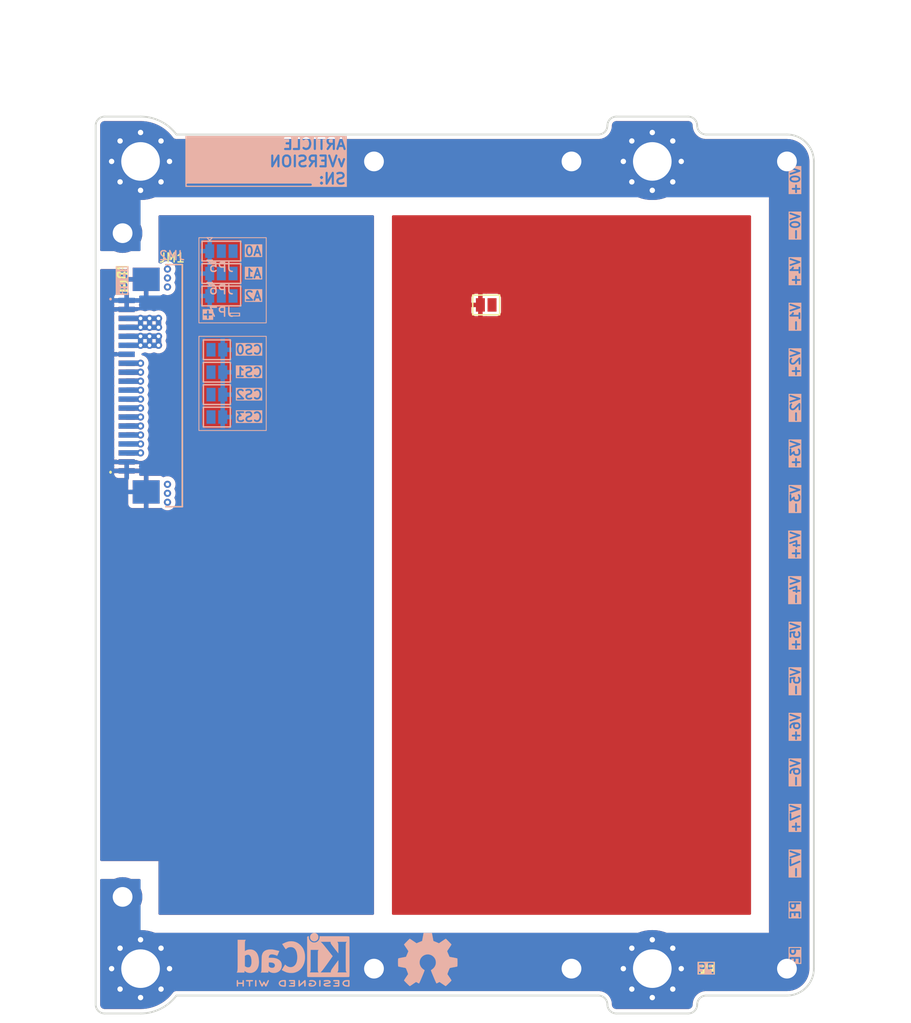
<source format=kicad_pcb>
(kicad_pcb (version 20241229) (generator "pcbnew") (generator_version "9.0")
  (title_block (title "${article} v${version}"))
  (layers (0 "F.Cu" signal) (2 "B.Cu" signal) (13 "F.Paste" user) (15 "B.Paste" user) (5 "F.SilkS" user "F.Silkscreen") (7 "B.SilkS" user "B.Silkscreen") (1 "F.Mask" user) (3 "B.Mask" user) (25 "Edge.Cuts" user))
  (property "article" "ARTICLE")
  (property "version" "VERSION")
  (net 0 "")
  (net 1 "PE")
  (net 2 "/CS2_IB")
  (net 3 "/MOSI_IB")
  (net 4 "GND_IB")
  (net 6 "/SDA_IB")
  (net 7 "Net-(JM1-Pin_5)")
  (net 8 "GND_CNV")
  (net 9 "+3.3V_IB")
  (net 10 "/MISO_IB")
  (net 11 "+5V_IB")
  (net 12 "/RST_IB")
  (net 13 "/A0")
  (net 14 "/A1")
  (net 15 "/A2")
  (net 16 "/SCL_IB")
  (net 17 "/CS3_IB")
  (net 18 "/SCK_IB")
  (net 19 "/CS1_IB")
  (net 20 "/CS0_IB")
  (footprint "kicad_inventree_lib:PM-ESP32C3_v0.0.7" (layer "F.Cu") (at 25 100)
    (property "Reference" "U1" (hide yes))
    (property "Value" "~" (hide yes))
    (pad "PE" thru_hole circle (at 3 -37) (size 4.4 4.4) (drill 2.2) (layers "*.Cu" "*.Mask") (net 1 "PE"))
    (pad "PE" thru_hole circle (at 3 37) (size 4.4 4.4) (drill 2.2) (layers "*.Cu" "*.Mask") (net 1 "PE"))
    (pad "PE" thru_hole circle (at 31 -45) (size 4.4 4.4) (drill 2.2) (layers "*.Cu" "*.Mask") (net 1 "PE"))
    (pad "PE" thru_hole circle (at 31 45) (size 4.4 4.4) (drill 2.2) (layers "*.Cu" "*.Mask") (net 1 "PE"))
  )
  (footprint "kicad_inventree_lib:PMLED-xx-v0.0.2" (layer "F.Cu") (at 90 100)
    (property "Reference" "SP1" (hide yes))
    (property "Value" "~")
    (pad "PE" thru_hole circle (at -12 -45) (size 4.4 4.4) (drill 2.2) (layers "*.Cu" "*.Mask") (net 1 "PE"))
    (pad "PE" thru_hole circle (at -12 45) (size 4.4 4.4) (drill 2.2) (layers "*.Cu" "*.Mask") (net 1 "PE"))
    (pad "PE" thru_hole circle (at 12 -45) (size 4.4 4.4) (drill 2.2) (layers "*.Cu" "*.Mask") (net 1 "PE"))
    (pad "PE" thru_hole circle (at 12 45) (size 4.4 4.4) (drill 2.2) (layers "*.Cu" "*.Mask") (net 1 "PE"))
  )
  (footprint "kicad_inventree_lib:SolderJumper-2_P1.3mm_Open_Pad1.0x1.5mm" (layer "F.Cu") (at 68.5 71)
    (property "Reference" "JP8" (hide yes))
    (property "Value" "SolderJumper_2_Open")
    (pad "1" smd rect (at -0.65 0) (size 1 1.5) (layers "F.Cu") (net 8 "GND_CNV"))
    (pad "2" smd rect (at 0.65 0) (size 1 1.5) (layers "F.Cu"))
  )
  (footprint "kicad_inventree_lib:MountingHole_4.3mm_M4_Pad_Via" (layer "F.Cu") (at 30 55)
    (property "Reference" "H2" (hide yes))
    (property "Value" "M4")
    (pad "1" thru_hole circle (at -3.225 0) (size 0.9 0.9) (drill 0.6) (layers "*.Cu") (net 1 "PE"))
    (pad "1" thru_hole circle (at -2.280419 -2.280419) (size 0.9 0.9) (drill 0.6) (layers "*.Cu") (net 1 "PE"))
    (pad "1" thru_hole circle (at -2.280419 2.280419) (size 0.9 0.9) (drill 0.6) (layers "*.Cu") (net 1 "PE"))
    (pad "1" thru_hole circle (at 0 -3.225) (size 0.9 0.9) (drill 0.6) (layers "*.Cu") (net 1 "PE"))
    (pad "1" thru_hole circle (at 0 0) (size 8.6 8.6) (drill 4.3) (layers "*.Cu" "*.Mask") (net 1 "PE"))
    (pad "1" thru_hole circle (at 0 3.225) (size 0.9 0.9) (drill 0.6) (layers "*.Cu") (net 1 "PE"))
    (pad "1" thru_hole circle (at 2.280419 -2.280419) (size 0.9 0.9) (drill 0.6) (layers "*.Cu") (net 1 "PE"))
    (pad "1" thru_hole circle (at 2.280419 2.280419) (size 0.9 0.9) (drill 0.6) (layers "*.Cu") (net 1 "PE"))
    (pad "1" thru_hole circle (at 3.225 0) (size 0.9 0.9) (drill 0.6) (layers "*.Cu") (net 1 "PE"))
  )
  (footprint "kicad_inventree_lib:AFA07S20FCA00" (layer "F.Cu") (at 32 80 90)
    (property "Reference" "JM1" (at 14.25 1.5 180) (layer "F.SilkS") (effects (font (thickness 0.16))))
    (property "Value" "AFA07-S20FCC-00" (hide yes))
    (pad "1" smd rect (at -9.5 -3.546 90) (size 0.6 1.8) (layers "F.Cu" "F.Mask" "F.Paste") (net 4 "GND_IB"))
    (pad "2" smd rect (at -8.5 -3.546 90) (size 0.6 1.8) (layers "F.Cu" "F.Mask" "F.Paste") (net 4 "GND_IB"))
    (pad "3" smd rect (at -7.5 -3.546 90) (size 0.6 1.8) (layers "F.Cu" "F.Mask" "F.Paste") (net 16 "/SCL_IB"))
    (pad "4" smd rect (at -6.5 -3.546 90) (size 0.6 1.8) (layers "F.Cu" "F.Mask" "F.Paste") (net 6 "/SDA_IB"))
    (pad "5" smd rect (at -5.5 -3.546 90) (size 0.6 1.8) (layers "F.Cu" "F.Mask" "F.Paste") (net 7 "Net-(JM1-Pin_5)"))
    (pad "6" smd rect (at -4.5 -3.546 90) (size 0.6 1.8) (layers "F.Cu" "F.Mask" "F.Paste") (net 12 "/RST_IB"))
    (pad "7" smd rect (at -3.5 -3.546 90) (size 0.6 1.8) (layers "F.Cu" "F.Mask" "F.Paste") (net 17 "/CS3_IB"))
    (pad "8" smd rect (at -2.5 -3.546 90) (size 0.6 1.8) (layers "F.Cu" "F.Mask" "F.Paste") (net 2 "/CS2_IB"))
    (pad "9" smd rect (at -1.5 -3.546 90) (size 0.6 1.8) (layers "F.Cu" "F.Mask" "F.Paste") (net 19 "/CS1_IB"))
    (pad "10" smd rect (at -0.5 -3.546 90) (size 0.6 1.8) (layers "F.Cu" "F.Mask" "F.Paste") (net 20 "/CS0_IB"))
    (pad "11" smd rect (at 0.5 -3.546 90) (size 0.6 1.8) (layers "F.Cu" "F.Mask" "F.Paste") (net 18 "/SCK_IB"))
    (pad "12" smd rect (at 1.5 -3.546 90) (size 0.6 1.8) (layers "F.Cu" "F.Mask" "F.Paste") (net 10 "/MISO_IB"))
    (pad "13" smd rect (at 2.5 -3.546 90) (size 0.6 1.8) (layers "F.Cu" "F.Mask" "F.Paste") (net 3 "/MOSI_IB"))
    (pad "14" smd rect (at 3.5 -3.546 90) (size 0.6 1.8) (layers "F.Cu" "F.Mask" "F.Paste") (net 4 "GND_IB"))
    (pad "15" smd rect (at 4.5 -3.546 90) (size 0.6 1.8) (layers "F.Cu" "F.Mask" "F.Paste") (net 9 "+3.3V_IB"))
    (pad "16" smd rect (at 5.5 -3.546 90) (size 0.6 1.8) (layers "F.Cu" "F.Mask" "F.Paste") (net 9 "+3.3V_IB"))
    (pad "17" smd rect (at 6.5 -3.546 90) (size 0.6 1.8) (layers "F.Cu" "F.Mask" "F.Paste") (net 11 "+5V_IB"))
    (pad "18" smd rect (at 7.5 -3.546 90) (size 0.6 1.8) (layers "F.Cu" "F.Mask" "F.Paste") (net 11 "+5V_IB"))
    (pad "19" smd rect (at 8.5 -3.546 90) (size 0.6 1.8) (layers "F.Cu" "F.Mask" "F.Paste") (net 4 "GND_IB"))
    (pad "20" smd rect (at 9.5 -3.546 90) (size 0.6 1.8) (layers "F.Cu" "F.Mask" "F.Paste") (net 4 "GND_IB"))
    (pad "MP1" smd rect (at -11.85 -1.375 90) (size 2.6 3) (layers "F.Cu" "F.Mask" "F.Paste") (net 4 "GND_IB"))
    (pad "MP2" smd rect (at 11.85 -1.375 90) (size 2.6 3) (layers "F.Cu" "F.Mask" "F.Paste") (net 4 "GND_IB"))
  )
  (footprint "kicad_inventree_lib:MountingHole_4.3mm_M4_Pad_Via" (layer "F.Cu") (at 87 55)
    (property "Reference" "H1" (hide yes))
    (property "Value" "M4")
    (pad "1" thru_hole circle (at -3.225 0) (size 0.9 0.9) (drill 0.6) (layers "*.Cu") (net 1 "PE"))
    (pad "1" thru_hole circle (at -2.280419 -2.280419) (size 0.9 0.9) (drill 0.6) (layers "*.Cu") (net 1 "PE"))
    (pad "1" thru_hole circle (at -2.280419 2.280419) (size 0.9 0.9) (drill 0.6) (layers "*.Cu") (net 1 "PE"))
    (pad "1" thru_hole circle (at 0 -3.225) (size 0.9 0.9) (drill 0.6) (layers "*.Cu") (net 1 "PE"))
    (pad "1" thru_hole circle (at 0 0) (size 8.6 8.6) (drill 4.3) (layers "*.Cu" "*.Mask") (net 1 "PE"))
    (pad "1" thru_hole circle (at 0 3.225) (size 0.9 0.9) (drill 0.6) (layers "*.Cu") (net 1 "PE"))
    (pad "1" thru_hole circle (at 2.280419 -2.280419) (size 0.9 0.9) (drill 0.6) (layers "*.Cu") (net 1 "PE"))
    (pad "1" thru_hole circle (at 2.280419 2.280419) (size 0.9 0.9) (drill 0.6) (layers "*.Cu") (net 1 "PE"))
    (pad "1" thru_hole circle (at 3.225 0) (size 0.9 0.9) (drill 0.6) (layers "*.Cu") (net 1 "PE"))
  )
  (footprint "kicad_inventree_lib:MountingHole_4.3mm_M4_Pad_Via" (layer "F.Cu") (at 87 145)
    (property "Reference" "H3" (hide yes))
    (property "Value" "M4")
    (pad "1" thru_hole circle (at -3.225 0) (size 0.9 0.9) (drill 0.6) (layers "*.Cu") (net 1 "PE"))
    (pad "1" thru_hole circle (at -2.280419 -2.280419) (size 0.9 0.9) (drill 0.6) (layers "*.Cu") (net 1 "PE"))
    (pad "1" thru_hole circle (at -2.280419 2.280419) (size 0.9 0.9) (drill 0.6) (layers "*.Cu") (net 1 "PE"))
    (pad "1" thru_hole circle (at 0 -3.225) (size 0.9 0.9) (drill 0.6) (layers "*.Cu") (net 1 "PE"))
    (pad "1" thru_hole circle (at 0 0) (size 8.6 8.6) (drill 4.3) (layers "*.Cu" "*.Mask") (net 1 "PE"))
    (pad "1" thru_hole circle (at 0 3.225) (size 0.9 0.9) (drill 0.6) (layers "*.Cu") (net 1 "PE"))
    (pad "1" thru_hole circle (at 2.280419 -2.280419) (size 0.9 0.9) (drill 0.6) (layers "*.Cu") (net 1 "PE"))
    (pad "1" thru_hole circle (at 2.280419 2.280419) (size 0.9 0.9) (drill 0.6) (layers "*.Cu") (net 1 "PE"))
    (pad "1" thru_hole circle (at 3.225 0) (size 0.9 0.9) (drill 0.6) (layers "*.Cu") (net 1 "PE"))
  )
  (footprint "kicad_inventree_lib:MountingHole_4.3mm_M4_Pad_Via" (layer "F.Cu") (at 30 145)
    (property "Reference" "H4" (hide yes))
    (property "Value" "M4")
    (pad "1" thru_hole circle (at -3.225 0) (size 0.9 0.9) (drill 0.6) (layers "*.Cu") (net 1 "PE"))
    (pad "1" thru_hole circle (at -2.280419 -2.280419) (size 0.9 0.9) (drill 0.6) (layers "*.Cu") (net 1 "PE"))
    (pad "1" thru_hole circle (at -2.280419 2.280419) (size 0.9 0.9) (drill 0.6) (layers "*.Cu") (net 1 "PE"))
    (pad "1" thru_hole circle (at 0 -3.225) (size 0.9 0.9) (drill 0.6) (layers "*.Cu") (net 1 "PE"))
    (pad "1" thru_hole circle (at 0 0) (size 8.6 8.6) (drill 4.3) (layers "*.Cu" "*.Mask") (net 1 "PE"))
    (pad "1" thru_hole circle (at 0 3.225) (size 0.9 0.9) (drill 0.6) (layers "*.Cu") (net 1 "PE"))
    (pad "1" thru_hole circle (at 2.280419 -2.280419) (size 0.9 0.9) (drill 0.6) (layers "*.Cu") (net 1 "PE"))
    (pad "1" thru_hole circle (at 2.280419 2.280419) (size 0.9 0.9) (drill 0.6) (layers "*.Cu") (net 1 "PE"))
    (pad "1" thru_hole circle (at 3.225 0) (size 0.9 0.9) (drill 0.6) (layers "*.Cu") (net 1 "PE"))
  )
  (footprint "kicad_inventree_lib:SolderJumper-2_P1.3mm_Open_Pad1.0x1.5mm" (layer "B.Cu") (at 38.5 83.5)
    (property "Reference" "JP4" (hide yes))
    (property "Value" "SolderJumper_2_Open")
    (pad "1" smd rect (at -0.65 0) (size 1 1.5) (layers "B.Cu") (net 17 "/CS3_IB"))
    (pad "2" smd rect (at 0.65 0) (size 1 1.5) (layers "B.Cu") (net 4 "GND_IB"))
  )
  (footprint "kicad_inventree_lib:SolderJumper-2_P1.3mm_Open_Pad1.0x1.5mm" (layer "B.Cu") (at 38.5 76)
    (property "Reference" "JP1" (hide yes))
    (property "Value" "SolderJumper_2_Open")
    (pad "1" smd rect (at -0.65 0) (size 1 1.5) (layers "B.Cu") (net 20 "/CS0_IB"))
    (pad "2" smd rect (at 0.65 0) (size 1 1.5) (layers "B.Cu") (net 4 "GND_IB"))
  )
  (footprint "kicad_inventree_lib:SolderJumper-2_P1.3mm_Open_Pad1.0x1.5mm" (layer "B.Cu") (at 38.5 81)
    (property "Reference" "JP3" (hide yes))
    (property "Value" "SolderJumper_2_Open")
    (pad "1" smd rect (at -0.65 0) (size 1 1.5) (layers "B.Cu") (net 2 "/CS2_IB"))
    (pad "2" smd rect (at 0.65 0) (size 1 1.5) (layers "B.Cu") (net 4 "GND_IB"))
  )
  (footprint "kicad_inventree_lib:SolderJumper-3_P1.3mm_Open_Pad1.0x1.5mm" (layer "B.Cu") (at 39 67.5)
    (property "Reference" "JP6" (at 0 1.8 180) (layer "B.SilkS") (effects (font (thickness 0.16)) (justify mirror)))
    (property "Value" "SolderJumper_3_Open")
    (pad "1" smd rect (at -1.3 0) (size 1 1.5) (layers "B.Cu") (net 4 "GND_IB"))
    (pad "2" smd rect (at 0 0) (size 1 1.5) (layers "B.Cu") (net 14 "/A1"))
    (pad "3" smd rect (at 1.3 0) (size 1 1.5) (layers "B.Cu") (net 9 "+3.3V_IB"))
  )
  (footprint "Symbol:KiCad-Logo2_5mm_SilkScreen" (layer "B.Cu") (at 47 144 180)
    (property "Reference" "kicad_logo" (hide yes))
    (property "Value" "KiCad-Logo2_5mm_SilkScreen" (hide yes))
  )
  (footprint "kicad_inventree_lib:SolderJumper-3_P1.3mm_Open_Pad1.0x1.5mm" (layer "B.Cu") (at 39 70)
    (property "Reference" "JP7" (at 0 1.8 180) (layer "B.SilkS") (effects (font (thickness 0.16)) (justify mirror)))
    (property "Value" "SolderJumper_3_Open")
    (pad "1" smd rect (at -1.3 0) (size 1 1.5) (layers "B.Cu") (net 4 "GND_IB"))
    (pad "2" smd rect (at 0 0) (size 1 1.5) (layers "B.Cu") (net 15 "/A2"))
    (pad "3" smd rect (at 1.3 0) (size 1 1.5) (layers "B.Cu") (net 9 "+3.3V_IB"))
  )
  (footprint "kicad_inventree_lib:AFA07S20FCA00" (layer "B.Cu") (at 32 80 -90)
    (property "Reference" "JM2" (at -14.5 -1.5 0) (layer "B.SilkS") (effects (font (thickness 0.16)) (justify mirror)))
    (property "Value" "AFA07-S20FCC-00" (hide yes))
    (pad "1" smd rect (at -9.5 3.546 270) (size 0.6 1.8) (layers "B.Cu" "B.Mask" "B.Paste") (net 4 "GND_IB"))
    (pad "2" smd rect (at -8.5 3.546 270) (size 0.6 1.8) (layers "B.Cu" "B.Mask" "B.Paste") (net 4 "GND_IB"))
    (pad "3" smd rect (at -7.5 3.546 270) (size 0.6 1.8) (layers "B.Cu" "B.Mask" "B.Paste") (net 11 "+5V_IB"))
    (pad "4" smd rect (at -6.5 3.546 270) (size 0.6 1.8) (layers "B.Cu" "B.Mask" "B.Paste") (net 11 "+5V_IB"))
    (pad "5" smd rect (at -5.5 3.546 270) (size 0.6 1.8) (layers "B.Cu" "B.Mask" "B.Paste") (net 9 "+3.3V_IB"))
    (pad "6" smd rect (at -4.5 3.546 270) (size 0.6 1.8) (layers "B.Cu" "B.Mask" "B.Paste") (net 9 "+3.3V_IB"))
    (pad "7" smd rect (at -3.5 3.546 270) (size 0.6 1.8) (layers "B.Cu" "B.Mask" "B.Paste") (net 4 "GND_IB"))
    (pad "8" smd rect (at -2.5 3.546 270) (size 0.6 1.8) (layers "B.Cu" "B.Mask" "B.Paste") (net 3 "/MOSI_IB"))
    (pad "9" smd rect (at -1.5 3.546 270) (size 0.6 1.8) (layers "B.Cu" "B.Mask" "B.Paste") (net 10 "/MISO_IB"))
    (pad "10" smd rect (at -0.5 3.546 270) (size 0.6 1.8) (layers "B.Cu" "B.Mask" "B.Paste") (net 18 "/SCK_IB"))
    (pad "11" smd rect (at 0.5 3.546 270) (size 0.6 1.8) (layers "B.Cu" "B.Mask" "B.Paste") (net 20 "/CS0_IB"))
    (pad "12" smd rect (at 1.5 3.546 270) (size 0.6 1.8) (layers "B.Cu" "B.Mask" "B.Paste") (net 19 "/CS1_IB"))
    (pad "13" smd rect (at 2.5 3.546 270) (size 0.6 1.8) (layers "B.Cu" "B.Mask" "B.Paste") (net 2 "/CS2_IB"))
    (pad "14" smd rect (at 3.5 3.546 270) (size 0.6 1.8) (layers "B.Cu" "B.Mask" "B.Paste") (net 17 "/CS3_IB"))
    (pad "15" smd rect (at 4.5 3.546 270) (size 0.6 1.8) (layers "B.Cu" "B.Mask" "B.Paste") (net 12 "/RST_IB"))
    (pad "16" smd rect (at 5.5 3.546 270) (size 0.6 1.8) (layers "B.Cu" "B.Mask" "B.Paste") (net 7 "Net-(JM1-Pin_5)"))
    (pad "17" smd rect (at 6.5 3.546 270) (size 0.6 1.8) (layers "B.Cu" "B.Mask" "B.Paste") (net 6 "/SDA_IB"))
    (pad "18" smd rect (at 7.5 3.546 270) (size 0.6 1.8) (layers "B.Cu" "B.Mask" "B.Paste") (net 16 "/SCL_IB"))
    (pad "19" smd rect (at 8.5 3.546 270) (size 0.6 1.8) (layers "B.Cu" "B.Mask" "B.Paste") (net 4 "GND_IB"))
    (pad "20" smd rect (at 9.5 3.546 270) (size 0.6 1.8) (layers "B.Cu" "B.Mask" "B.Paste") (net 4 "GND_IB"))
    (pad "MP1" smd rect (at -11.85 1.375 270) (size 2.6 3) (layers "B.Cu" "B.Mask" "B.Paste") (net 4 "GND_IB"))
    (pad "MP2" smd rect (at 11.85 1.375 270) (size 2.6 3) (layers "B.Cu" "B.Mask" "B.Paste") (net 4 "GND_IB"))
  )
  (footprint "kicad_inventree_lib:SolderJumper-3_P1.3mm_Open_Pad1.0x1.5mm" (layer "B.Cu") (at 39 65)
    (property "Reference" "JP5" (at 0 1.8 180) (layer "B.SilkS") (effects (font (thickness 0.16)) (justify mirror)))
    (property "Value" "SolderJumper_3_Open")
    (pad "1" smd rect (at -1.3 0) (size 1 1.5) (layers "B.Cu") (net 4 "GND_IB"))
    (pad "2" smd rect (at 0 0) (size 1 1.5) (layers "B.Cu") (net 13 "/A0"))
    (pad "3" smd rect (at 1.3 0) (size 1 1.5) (layers "B.Cu") (net 9 "+3.3V_IB"))
  )
  (footprint "Symbol:OSHW-Symbol_6.7x6mm_SilkScreen" (layer "B.Cu") (at 62 144 180)
    (property "Reference" "oshw_logo" (hide yes))
    (property "Value" "OSHW-Symbol_6.7x6mm_SilkScreen" (hide yes))
  )
  (footprint "kicad_inventree_lib:SolderJumper-2_P1.3mm_Open_Pad1.0x1.5mm" (layer "B.Cu") (at 38.5 78.5)
    (property "Reference" "JP2" (hide yes))
    (property "Value" "SolderJumper_2_Open")
    (pad "1" smd rect (at -0.65 0) (size 1 1.5) (layers "B.Cu") (net 19 "/CS1_IB"))
    (pad "2" smd rect (at 0.65 0) (size 1 1.5) (layers "B.Cu") (net 4 "GND_IB"))
  )
  (gr_rect (start 36.5 63.5) (end 44 73) (stroke (width 0.1)) (fill no) (layer "B.SilkS"))
  (gr_rect (start 36.5 74.5) (end 44 85) (stroke (width 0.1)) (fill no) (layer "B.SilkS"))
  (gr_arc (start 26 150) (mid 25.292893 149.707107) (end 25 149) (stroke (width 0.2)) (layer "Edge.Cuts"))
  (gr_arc (start 81 148) (mid 81.707107 148.292893) (end 82 149) (stroke (width 0.2)) (layer "Edge.Cuts"))
  (gr_arc (start 25 51) (mid 25.292893 50.292893) (end 26 50) (stroke (width 0.2)) (layer "Edge.Cuts"))
  (gr_arc (start 92 149) (mid 92.292893 148.292893) (end 93 148) (stroke (width 0.2)) (layer "Edge.Cuts"))
  (gr_line (start 93 148) (end 102 148) (stroke (width 0.2)) (layer "Edge.Cuts"))
  (gr_line (start 26 150) (end 30 150) (stroke (width 0.2)) (layer "Edge.Cuts"))
  (gr_arc (start 91 50) (mid 91.707107 50.292893) (end 92 51) (stroke (width 0.2)) (layer "Edge.Cuts"))
  (gr_arc (start 30 50) (mid 32.236068 50.527864) (end 34 52) (stroke (width 0.2)) (layer "Edge.Cuts"))
  (gr_arc (start 34 148) (mid 32.236068 149.472136) (end 30 150) (stroke (width 0.2)) (layer "Edge.Cuts"))
  (gr_line (start 25 149) (end 25 51) (stroke (width 0.2)) (layer "Edge.Cuts"))
  (gr_arc (start 92 149) (mid 91.707107 149.707107) (end 91 150) (stroke (width 0.2)) (layer "Edge.Cuts"))
  (gr_line (start 93 52) (end 102 52) (stroke (width 0.2)) (layer "Edge.Cuts"))
  (gr_arc (start 93 52) (mid 92.292893 51.707107) (end 92 51) (stroke (width 0.2)) (layer "Edge.Cuts"))
  (gr_line (start 26 50) (end 30 50) (stroke (width 0.2)) (layer "Edge.Cuts"))
  (gr_line (start 34 52) (end 81 52) (stroke (width 0.2)) (layer "Edge.Cuts"))
  (gr_arc (start 83 150) (mid 82.292893 149.707107) (end 82 149) (stroke (width 0.2)) (layer "Edge.Cuts"))
  (gr_line (start 83 150) (end 91 150) (stroke (width 0.2)) (layer "Edge.Cuts"))
  (gr_arc (start 102 52) (mid 104.12132 52.87868) (end 105 55) (stroke (width 0.2)) (layer "Edge.Cuts"))
  (gr_arc (start 82 51) (mid 81.707107 51.707107) (end 81 52) (stroke (width 0.2)) (layer "Edge.Cuts"))
  (gr_line (start 81 148) (end 34 148) (stroke (width 0.2)) (layer "Edge.Cuts"))
  (gr_line (start 105 55) (end 105 145) (stroke (width 0.2)) (layer "Edge.Cuts"))
  (gr_line (start 91 50) (end 83 50) (stroke (width 0.2)) (layer "Edge.Cuts"))
  (gr_arc (start 82 51) (mid 82.292893 50.292893) (end 83 50) (stroke (width 0.2)) (layer "Edge.Cuts"))
  (gr_arc (start 105 145) (mid 104.12132 147.12132) (end 102 148) (stroke (width 0.2)) (layer "Edge.Cuts"))
  (gr_text "IBus" (at 28 70 90) (layer "F.SilkS" knockout) (effects (font (size 1 1) (thickness 0.2) (bold yes)) (justify left)))
  (gr_text "PE" (at 93 145 0) (layer "F.SilkS" knockout) (effects (font (size 1 1) (thickness 0.2) (bold yes))))
  (gr_text "A1" (at 41.5 67.5 0) (layer "B.SilkS" knockout) (effects (font (size 1 1) (thickness 0.2) (bold yes)) (justify right mirror)))
  (gr_text "V1+" (at 102.94 67.31 90) (layer "B.SilkS" knockout) (effects (font (size 1 1) (thickness 0.2) (bold yes)) (justify mirror)))
  (gr_text "V7-" (at 102.94 133.35 90) (layer "B.SilkS" knockout) (effects (font (size 1 1) (thickness 0.2) (bold yes)) (justify mirror)))
  (gr_text "V2-" (at 102.94 82.55 90) (layer "B.SilkS" knockout) (effects (font (size 1 1) (thickness 0.2) (bold yes)) (justify mirror)))
  (gr_text "V5+" (at 102.94 107.95 90) (layer "B.SilkS" knockout) (effects (font (size 1 1) (thickness 0.2) (bold yes)) (justify mirror)))
  (gr_text "IBus" (at 28 70 90) (layer "B.SilkS" knockout) (effects (font (size 1 1) (thickness 0.2) (bold yes)) (justify right mirror)))
  (gr_text "V1-" (at 102.94 72.39 90) (layer "B.SilkS" knockout) (effects (font (size 1 1) (thickness 0.2) (bold yes)) (justify mirror)))
  (gr_text "PE" (at 102.94 138.43 90) (layer "B.SilkS" knockout) (effects (font (size 1 1) (thickness 0.2) (bold yes)) (justify mirror)))
  (gr_text "V4+" (at 102.94 97.79 90) (layer "B.SilkS" knockout) (effects (font (size 1 1) (thickness 0.2) (bold yes)) (justify mirror)))
  (gr_text "V7+" (at 102.94 128.27 90) (layer "B.SilkS" knockout) (effects (font (size 1 1) (thickness 0.2) (bold yes)) (justify mirror)))
  (gr_text "V3-" (at 102.94 92.71 90) (layer "B.SilkS" knockout) (effects (font (size 1 1) (thickness 0.2) (bold yes)) (justify mirror)))
  (gr_text "V6-" (at 102.94 123.19 90) (layer "B.SilkS" knockout) (effects (font (size 1 1) (thickness 0.2) (bold yes)) (justify mirror)))
  (gr_text "V3+" (at 102.94 87.63 90) (layer "B.SilkS" knockout) (effects (font (size 1 1) (thickness 0.2) (bold yes)) (justify mirror)))
  (gr_text "V0-" (at 102.94 62.23 90) (layer "B.SilkS" knockout) (effects (font (size 1 1) (thickness 0.2) (bold yes)) (justify mirror)))
  (gr_text "+" (at 37.5 72 0) (layer "B.SilkS" knockout) (effects (font (size 1 1) (thickness 0.2) (bold yes)) (justify mirror)))
  (gr_text "A0" (at 41.5 65 0) (layer "B.SilkS" knockout) (effects (font (size 1 1) (thickness 0.2) (bold yes)) (justify right mirror)))
  (gr_text "CS0" (at 40.5 76 0) (layer "B.SilkS" knockout) (effects (font (size 1 1) (thickness 0.2) (bold yes)) (justify right mirror)))
  (gr_text "CS1" (at 40.5 78.5 0) (layer "B.SilkS" knockout) (effects (font (size 1 1) (thickness 0.2) (bold yes)) (justify right mirror)))
  (gr_text "V0+" (at 102.94 57.15 90) (layer "B.SilkS" knockout) (effects (font (size 1 1) (thickness 0.2) (bold yes)) (justify mirror)))
  (gr_text "PE" (at 102.94 143.51 90) (layer "B.SilkS" knockout) (effects (font (size 1 1) (thickness 0.2) (bold yes)) (justify mirror)))
  (gr_text "V6+" (at 102.94 118.11 90) (layer "B.SilkS" knockout) (effects (font (size 1 1) (thickness 0.2) (bold yes)) (justify mirror)))
  (gr_text "CS2" (at 40.5 81 0) (layer "B.SilkS" knockout) (effects (font (size 1 1) (thickness 0.2) (bold yes)) (justify right mirror)))
  (gr_text "V4-" (at 102.94 102.87 90) (layer "B.SilkS" knockout) (effects (font (size 1 1) (thickness 0.2) (bold yes)) (justify mirror)))
  (gr_text "A2" (at 41.5 70 0) (layer "B.SilkS" knockout) (effects (font (size 1 1) (thickness 0.2) (bold yes)) (justify right mirror)))
  (gr_text "${article}\nv${version}\nSN: _______________" (at 53 55 0) (layer "B.SilkS" knockout) (effects (font (size 1.2 1.2) (thickness 0.24) (bold yes)) (justify left mirror)))
  (gr_text "-" (at 40.5 72 0) (layer "B.SilkS" knockout) (effects (font (size 1 1) (thickness 0.2) (bold yes)) (justify mirror)))
  (gr_text "V5-" (at 102.94 113.03 90) (layer "B.SilkS" knockout) (effects (font (size 1 1) (thickness 0.2) (bold yes)) (justify mirror)))
  (gr_text "V2+" (at 102.94 77.47 90) (layer "B.SilkS" knockout) (effects (font (size 1 1) (thickness 0.2) (bold yes)) (justify mirror)))
  (gr_text "PE" (at 93 145 -0) (layer "B.SilkS" knockout) (effects (font (size 1 1) (thickness 0.2) (bold yes)) (justify mirror)))
  (gr_text "CS3" (at 40.5 83.5 0) (layer "B.SilkS" knockout) (effects (font (size 1 1) (thickness 0.2) (bold yes)) (justify right mirror)))
  (via (at 33 92) (size 0.8) (drill 0.4) (layers "F.Cu" "B.Cu") (net 0))
  (via (at 33 67) (size 0.8) (drill 0.4) (layers "F.Cu" "B.Cu") (net 0))
  (via (at 33 93) (size 0.8) (drill 0.4) (layers "F.Cu" "B.Cu") (net 0))
  (via (at 33 91) (size 0.8) (drill 0.4) (layers "F.Cu" "B.Cu") (net 0))
  (via (at 33 69) (size 0.8) (drill 0.4) (layers "F.Cu" "B.Cu") (net 0))
  (via (at 33 68) (size 0.8) (drill 0.4) (layers "F.Cu" "B.Cu") (net 0))
  (segment (start 30 82.5) (end 28.454 82.5) (width 0.6) (layer "F.Cu") (net 2))
  (via (at 30 82.5) (size 0.8) (drill 0.4) (layers "F.Cu" "B.Cu") (net 2))
  (segment (start 28.454 82.5) (end 30 82.5) (width 0.6) (layer "B.Cu") (net 2))
  (segment (start 30 77.5) (end 28.454 77.5) (width 0.6) (layer "F.Cu") (net 3))
  (via (at 30 77.5) (size 0.8) (drill 0.4) (layers "F.Cu" "B.Cu") (net 3))
  (segment (start 28.454 77.5) (end 30 77.5) (width 0.6) (layer "B.Cu") (net 3))
  (segment (start 30 86.5) (end 28.454 86.5) (width 0.6) (layer "F.Cu") (net 6))
  (via (at 30 86.5) (size 0.8) (drill 0.4) (layers "F.Cu" "B.Cu") (net 6))
  (segment (start 28.454 86.5) (end 30 86.5) (width 0.6) (layer "B.Cu") (net 6))
  (segment (start 30 85.5) (end 28.454 85.5) (width 0.6) (layer "F.Cu") (net 7))
  (via (at 30 85.5) (size 0.8) (drill 0.4) (layers "F.Cu" "B.Cu") (net 7))
  (segment (start 28.454 85.5) (end 30 85.5) (width 0.6) (layer "B.Cu") (net 7))
  (segment (start 31 74.5) (end 32 74.5) (width 0.6) (layer "F.Cu") (net 9))
  (segment (start 32 74.5) (end 32 75.5) (width 0.6) (layer "F.Cu") (net 9))
  (segment (start 30 75.5) (end 31 75.5) (width 0.6) (layer "F.Cu") (net 9))
  (segment (start 31 75.5) (end 32 75.5) (width 0.6) (layer "F.Cu") (net 9))
  (segment (start 28.454 74.5) (end 30 74.5) (width 0.6) (layer "F.Cu") (net 9))
  (segment (start 28.454 75.5) (end 30 75.5) (width 0.6) (layer "F.Cu") (net 9))
  (segment (start 30 74.5) (end 30 75.5) (width 0.6) (layer "F.Cu") (net 9))
  (segment (start 30 74.5) (end 31 74.5) (width 0.6) (layer "F.Cu") (net 9))
  (segment (start 31 74.5) (end 31 75.5) (width 0.6) (layer "F.Cu") (net 9))
  (via (at 30 75.5) (size 0.8) (drill 0.4) (layers "F.Cu" "B.Cu") (net 9))
  (via (at 30 74.5) (size 0.8) (drill 0.4) (layers "F.Cu" "B.Cu") (net 9))
  (via (at 31 75.5) (size 0.8) (drill 0.4) (layers "F.Cu" "B.Cu") (net 9))
  (via (at 32 74.5) (size 0.8) (drill 0.4) (layers "F.Cu" "B.Cu") (net 9))
  (via (at 31 74.5) (size 0.8) (drill 0.4) (layers "F.Cu" "B.Cu") (net 9))
  (via (at 32 75.5) (size 0.8) (drill 0.4) (layers "F.Cu" "B.Cu") (net 9))
  (segment (start 32 75.5) (end 28.454 75.5) (width 0.6) (layer "B.Cu") (net 9))
  (segment (start 31 74.5) (end 31 75.5) (width 0.6) (layer "B.Cu") (net 9))
  (segment (start 32 74.5) (end 32 75.5) (width 0.6) (layer "B.Cu") (net 9))
  (segment (start 32 74.5) (end 28.454 74.5) (width 0.6) (layer "B.Cu") (net 9))
  (segment (start 30 74.5) (end 30 75.5) (width 0.6) (layer "B.Cu") (net 9))
  (segment (start 30 78.5) (end 28.454 78.5) (width 0.6) (layer "F.Cu") (net 10))
  (via (at 30 78.5) (size 0.8) (drill 0.4) (layers "F.Cu" "B.Cu") (net 10))
  (segment (start 28.454 78.5) (end 30 78.5) (width 0.6) (layer "B.Cu") (net 10))
  (segment (start 30 72.5) (end 30 73.5) (width 0.6) (layer "F.Cu") (net 11))
  (segment (start 31 72.5) (end 32 72.5) (width 0.6) (layer "F.Cu") (net 11))
  (segment (start 28.454 73.5) (end 30 73.5) (width 0.6) (layer "F.Cu") (net 11))
  (segment (start 31 73.5) (end 32 73.5) (width 0.6) (layer "F.Cu") (net 11))
  (segment (start 32 72.5) (end 32 73.5) (width 0.6) (layer "F.Cu") (net 11))
  (segment (start 28.454 72.5) (end 30 72.5) (width 0.6) (layer "F.Cu") (net 11))
  (segment (start 30 72.5) (end 31 72.5) (width 0.6) (layer "F.Cu") (net 11))
  (segment (start 30 73.5) (end 31 73.5) (width 0.6) (layer "F.Cu") (net 11))
  (segment (start 31 72.5) (end 31 73.5) (width 0.6) (layer "F.Cu") (net 11))
  (via (at 31 72.5) (size 0.8) (drill 0.4) (layers "F.Cu" "B.Cu") (net 11))
  (via (at 32 72.5) (size 0.8) (drill 0.4) (layers "F.Cu" "B.Cu") (net 11))
  (via (at 31 73.5) (size 0.8) (drill 0.4) (layers "F.Cu" "B.Cu") (net 11))
  (via (at 32 73.5) (size 0.8) (drill 0.4) (layers "F.Cu" "B.Cu") (net 11))
  (via (at 30 73.5) (size 0.8) (drill 0.4) (layers "F.Cu" "B.Cu") (net 11))
  (via (at 30 72.5) (size 0.8) (drill 0.4) (layers "F.Cu" "B.Cu") (net 11))
  (segment (start 32 72.5) (end 28.454 72.5) (width 0.6) (layer "B.Cu") (net 11))
  (segment (start 31 72.5) (end 31 73.5) (width 0.6) (layer "B.Cu") (net 11))
  (segment (start 30 72.5) (end 30 73.5) (width 0.6) (layer "B.Cu") (net 11))
  (segment (start 32 73.5) (end 28.454 73.5) (width 0.6) (layer "B.Cu") (net 11))
  (segment (start 32 73.5) (end 32 72.5) (width 0.6) (layer "B.Cu") (net 11))
  (segment (start 30 84.5) (end 28.454 84.5) (width 0.6) (layer "F.Cu") (net 12))
  (via (at 30 84.5) (size 0.8) (drill 0.4) (layers "F.Cu" "B.Cu") (net 12))
  (segment (start 28.454 84.5) (end 30 84.5) (width 0.6) (layer "B.Cu") (net 12))
  (segment (start 30 87.5) (end 28.454 87.5) (width 0.6) (layer "F.Cu") (net 16))
  (via (at 30 87.5) (size 0.8) (drill 0.4) (layers "F.Cu" "B.Cu") (net 16))
  (segment (start 28.454 87.5) (end 30 87.5) (width 0.6) (layer "B.Cu") (net 16))
  (segment (start 30 83.5) (end 28.454 83.5) (width 0.6) (layer "F.Cu") (net 17))
  (via (at 30 83.5) (size 0.8) (drill 0.4) (layers "F.Cu" "B.Cu") (net 17))
  (segment (start 28.454 83.5) (end 30 83.5) (width 0.6) (layer "B.Cu") (net 17))
  (segment (start 30 79.5) (end 28.454 79.5) (width 0.6) (layer "F.Cu") (net 18))
  (via (at 30 79.5) (size 0.8) (drill 0.4) (layers "F.Cu" "B.Cu") (net 18))
  (segment (start 28.454 79.5) (end 30 79.5) (width 0.6) (layer "B.Cu") (net 18))
  (segment (start 30 81.5) (end 28.454 81.5) (width 0.6) (layer "F.Cu") (net 19))
  (via (at 30 81.5) (size 0.8) (drill 0.4) (layers "F.Cu" "B.Cu") (net 19))
  (segment (start 28.454 81.5) (end 30 81.5) (width 0.6) (layer "B.Cu") (net 19))
  (segment (start 30 80.5) (end 28.454 80.5) (width 0.6) (layer "F.Cu") (net 20))
  (via (at 30 80.5) (size 0.8) (drill 0.4) (layers "F.Cu" "B.Cu") (net 20))
  (segment (start 28.454 80.5) (end 30 80.5) (width 0.6) (layer "B.Cu") (net 20))
  (zone (net 8) (net_name "GND_CNV") (layers "F.Cu" "B.Cu") (priority 2) (connect_pads (clearance 0.5)) (min_thickness 0.25) (fill yes (thermal_gap 0.5) (thermal_bridge_width 0.5))
    (polygon (pts (xy 58 61) (xy 98 61) (xy 98 139) (xy 58 139)))
  )
  (zone (net 1) (net_name "PE") (layers "F.Cu" "B.Cu") (connect_pads (clearance 0.5)) (min_thickness 0.25) (fill yes (thermal_gap 0.5) (thermal_bridge_width 0.5))
    (polygon (pts (xy 30 65) (xy 25 65) (xy 25 50) (xy 105 50) (xy 105 150) (xy 25 150) (xy 25 135) (xy 30 135) (xy 30 141) (xy 100 141) (xy 100 59) (xy 30 59)))
  )
  (zone (net 4) (net_name "GND_IB") (layers "F.Cu" "B.Cu") (priority 1) (connect_pads (clearance 0.5)) (min_thickness 0.25) (fill yes (thermal_gap 0.5) (thermal_bridge_width 0.5))
    (polygon (pts (xy 25 67) (xy 32 67) (xy 32 61) (xy 56 61) (xy 56 139) (xy 32 139) (xy 32 133) (xy 25 133)))
  )
)
</source>
